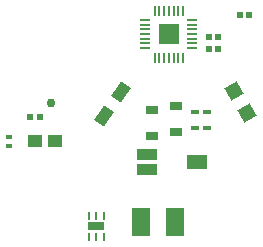
<source format=gbp>
G04*
G04 #@! TF.GenerationSoftware,Altium Limited,Altium Designer,23.1.1 (15)*
G04*
G04 Layer_Color=128*
%FSLAX44Y44*%
%MOMM*%
G71*
G04*
G04 #@! TF.SameCoordinates,B54EA911-69F6-478F-8CB3-DEBD2400B795*
G04*
G04*
G04 #@! TF.FilePolarity,Positive*
G04*
G01*
G75*
%ADD33R,0.5200X0.5200*%
%ADD57C,0.7620*%
G04:AMPARAMS|DCode=65|XSize=0.1925mm|YSize=0.8937mm|CornerRadius=0.0962mm|HoleSize=0mm|Usage=FLASHONLY|Rotation=180.000|XOffset=0mm|YOffset=0mm|HoleType=Round|Shape=RoundedRectangle|*
%AMROUNDEDRECTD65*
21,1,0.1925,0.7012,0,0,180.0*
21,1,0.0000,0.8937,0,0,180.0*
1,1,0.1925,0.0000,0.3506*
1,1,0.1925,0.0000,0.3506*
1,1,0.1925,0.0000,-0.3506*
1,1,0.1925,0.0000,-0.3506*
%
%ADD65ROUNDEDRECTD65*%
G04:AMPARAMS|DCode=66|XSize=0.8937mm|YSize=0.1925mm|CornerRadius=0.0962mm|HoleSize=0mm|Usage=FLASHONLY|Rotation=180.000|XOffset=0mm|YOffset=0mm|HoleType=Round|Shape=RoundedRectangle|*
%AMROUNDEDRECTD66*
21,1,0.8937,0.0000,0,0,180.0*
21,1,0.7012,0.1925,0,0,180.0*
1,1,0.1925,-0.3506,0.0000*
1,1,0.1925,0.3506,0.0000*
1,1,0.1925,0.3506,0.0000*
1,1,0.1925,-0.3506,0.0000*
%
%ADD66ROUNDEDRECTD66*%
%ADD67R,0.8937X0.1925*%
%ADD69R,1.4500X0.6500*%
%ADD70R,0.2700X0.7000*%
%ADD73R,1.0000X0.7500*%
G04:AMPARAMS|DCode=74|XSize=1.5mm|YSize=1mm|CornerRadius=0mm|HoleSize=0mm|Usage=FLASHONLY|Rotation=55.000|XOffset=0mm|YOffset=0mm|HoleType=Round|Shape=Rectangle|*
%AMROTATEDRECTD74*
4,1,4,-0.0206,-0.9012,-0.8398,-0.3276,0.0206,0.9012,0.8398,0.3276,-0.0206,-0.9012,0.0*
%
%ADD74ROTATEDRECTD74*%

%ADD75R,1.1581X1.0121*%
%ADD76P,1.6971X4X165.0*%
%ADD78R,1.6000X2.4000*%
%ADD79R,0.5000X0.4000*%
%ADD83R,1.7076X1.7076*%
%ADD84R,0.7500X0.3000*%
G36*
X1120519Y856697D02*
X1103519D01*
Y865697D01*
X1120519D01*
Y856697D01*
D02*
G37*
G36*
X1162519Y848697D02*
X1145519D01*
Y860697D01*
X1162519D01*
Y848697D01*
D02*
G37*
G36*
X1120519Y843697D02*
X1103519D01*
Y852697D01*
X1120519D01*
Y843697D01*
D02*
G37*
D33*
X1164401Y950252D02*
D03*
X1172402D02*
D03*
X1190816Y978916D02*
D03*
X1198816D02*
D03*
X1013270Y892810D02*
D03*
X1021270D02*
D03*
X1164400Y960882D02*
D03*
X1172400D02*
D03*
D57*
X1030986Y905002D02*
D03*
D65*
X1142486Y982899D02*
D03*
X1138486D02*
D03*
X1134486D02*
D03*
X1130486D02*
D03*
X1126486D02*
D03*
X1122486D02*
D03*
X1118486D02*
D03*
Y943129D02*
D03*
X1122486D02*
D03*
X1126486D02*
D03*
X1130486D02*
D03*
X1134486D02*
D03*
X1138486D02*
D03*
X1142486D02*
D03*
D66*
X1110601Y975014D02*
D03*
Y971014D02*
D03*
Y967014D02*
D03*
Y963015D02*
D03*
Y959015D02*
D03*
Y955014D02*
D03*
Y951014D02*
D03*
X1150371D02*
D03*
Y955014D02*
D03*
Y959015D02*
D03*
Y963015D02*
D03*
Y967014D02*
D03*
Y971014D02*
D03*
D67*
Y975014D02*
D03*
D69*
X1069086Y800100D02*
D03*
D70*
X1062586Y791200D02*
D03*
X1069086D02*
D03*
X1075586D02*
D03*
Y809000D02*
D03*
X1069086D02*
D03*
X1062586D02*
D03*
D73*
X1116293Y876613D02*
D03*
Y898613D02*
D03*
X1136410Y901872D02*
D03*
Y879872D02*
D03*
D74*
X1089815Y914226D02*
D03*
X1075475Y893747D02*
D03*
D75*
X1033922Y872236D02*
D03*
X1017382D02*
D03*
D76*
X1185908Y914748D02*
D03*
X1196408Y896561D02*
D03*
D78*
X1107160Y803952D02*
D03*
X1135660D02*
D03*
D79*
X995393Y868100D02*
D03*
Y876099D02*
D03*
D83*
X1130486Y963015D02*
D03*
D84*
X1152306Y883097D02*
D03*
X1162806Y883097D02*
D03*
X1162806Y897097D02*
D03*
X1152306Y897097D02*
D03*
M02*

</source>
